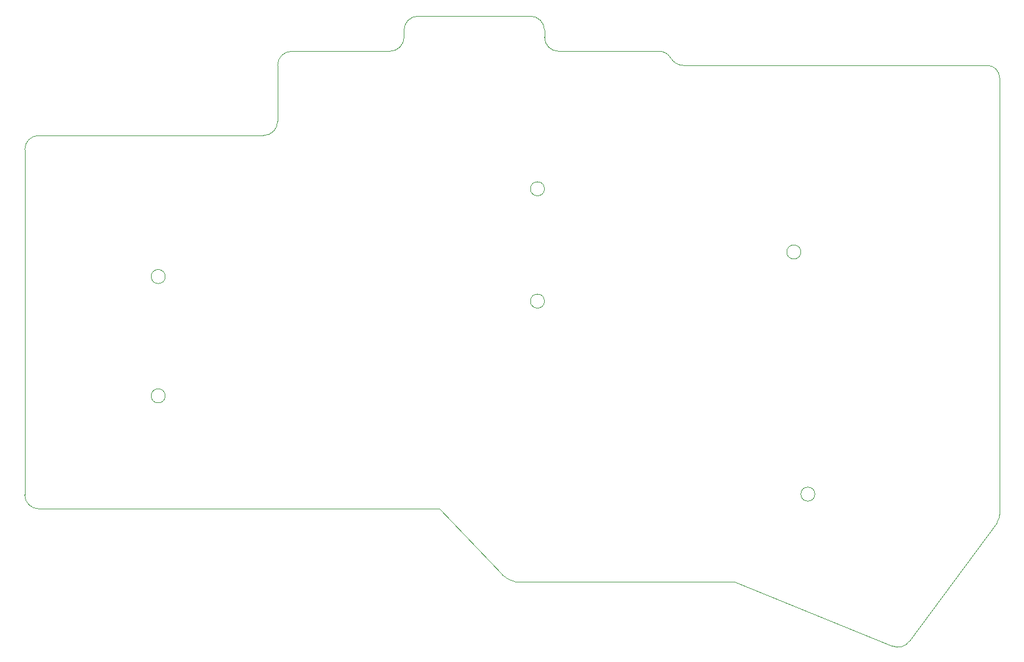
<source format=gm1>
%TF.GenerationSoftware,KiCad,Pcbnew,8.0.4*%
%TF.CreationDate,2024-09-28T19:51:24+02:00*%
%TF.ProjectId,backplate,6261636b-706c-4617-9465-2e6b69636164,rev1.0*%
%TF.SameCoordinates,Original*%
%TF.FileFunction,Profile,NP*%
%FSLAX46Y46*%
G04 Gerber Fmt 4.6, Leading zero omitted, Abs format (unit mm)*
G04 Created by KiCad (PCBNEW 8.0.4) date 2024-09-28 19:51:24*
%MOMM*%
%LPD*%
G01*
G04 APERTURE LIST*
%TA.AperFunction,Profile*%
%ADD10C,0.100000*%
%TD*%
G04 APERTURE END LIST*
D10*
X84000000Y-80500000D02*
G75*
G02*
X82000000Y-80500000I-1000000J0D01*
G01*
X82000000Y-80500000D02*
G75*
G02*
X84000000Y-80500000I1000000J0D01*
G01*
X201000000Y-50400000D02*
G75*
G02*
X202800000Y-52200000I0J-1800000D01*
G01*
X100000000Y-50400000D02*
G75*
G02*
X102000000Y-48400000I2000000J0D01*
G01*
X138000000Y-84000000D02*
G75*
G02*
X136000000Y-84000000I-1000000J0D01*
G01*
X136000000Y-84000000D02*
G75*
G02*
X138000000Y-84000000I1000000J0D01*
G01*
X66000000Y-113600000D02*
X106500000Y-113600000D01*
X189949999Y-132449999D02*
X202434044Y-115487896D01*
X165000000Y-124000000D02*
X187513868Y-133121447D01*
X118000000Y-45400000D02*
G75*
G02*
X120000000Y-43400000I2000000J0D01*
G01*
X176500000Y-111500000D02*
G75*
G02*
X174500000Y-111500000I-1000000J0D01*
G01*
X174500000Y-111500000D02*
G75*
G02*
X176500000Y-111500000I1000000J0D01*
G01*
X201000000Y-50400000D02*
X157750002Y-50399998D01*
X118000000Y-45400000D02*
X118000000Y-46400000D01*
X138000000Y-46400000D02*
X138000000Y-45400000D01*
X133759203Y-123957053D02*
G75*
G02*
X132000000Y-123000000I740797J3457053D01*
G01*
X106500000Y-113600000D02*
X123004848Y-113600000D01*
X123004848Y-113600000D02*
X132000000Y-123000000D01*
X202800000Y-114400000D02*
G75*
G02*
X202434044Y-115487896I-1800000J0D01*
G01*
X100000000Y-50400000D02*
X100000000Y-58400000D01*
X98000000Y-60400000D02*
X66000000Y-60400000D01*
X138000000Y-68000000D02*
G75*
G02*
X136000000Y-68000000I-1000000J0D01*
G01*
X136000000Y-68000000D02*
G75*
G02*
X138000000Y-68000000I1000000J0D01*
G01*
X136000000Y-43400000D02*
G75*
G02*
X138000000Y-45400000I0J-2000000D01*
G01*
X118000000Y-46400000D02*
G75*
G02*
X116000000Y-48400000I-2000000J0D01*
G01*
X66000000Y-113600000D02*
G75*
G02*
X64000000Y-111600000I0J2000000D01*
G01*
X202800000Y-114400000D02*
X202800000Y-113200000D01*
X140000000Y-48400000D02*
G75*
G02*
X138000000Y-46400000I0J2000000D01*
G01*
X157750002Y-50399998D02*
G75*
G02*
X156000023Y-49399986I-2J2031198D01*
G01*
X64000000Y-62400000D02*
X64000000Y-111600000D01*
X165000000Y-124000000D02*
X133759203Y-123957053D01*
X136000000Y-43400000D02*
X120000000Y-43400000D01*
X64000000Y-62400000D02*
G75*
G02*
X66000000Y-60400000I2000000J0D01*
G01*
X116000000Y-48400000D02*
X102000000Y-48400000D01*
X154300000Y-48400000D02*
G75*
G02*
X156000000Y-49400000I0J-1945000D01*
G01*
X202800000Y-113200000D02*
X202800000Y-52200000D01*
X100000000Y-58400000D02*
G75*
G02*
X98000000Y-60400000I-2000000J0D01*
G01*
X174500000Y-77000000D02*
G75*
G02*
X172500000Y-77000000I-1000000J0D01*
G01*
X172500000Y-77000000D02*
G75*
G02*
X174500000Y-77000000I1000000J0D01*
G01*
X189949999Y-132449999D02*
G75*
G02*
X187513868Y-133121447I-1599999J1049999D01*
G01*
X154300000Y-48400000D02*
X140000000Y-48400000D01*
X84000000Y-97500000D02*
G75*
G02*
X82000000Y-97500000I-1000000J0D01*
G01*
X82000000Y-97500000D02*
G75*
G02*
X84000000Y-97500000I1000000J0D01*
G01*
M02*

</source>
